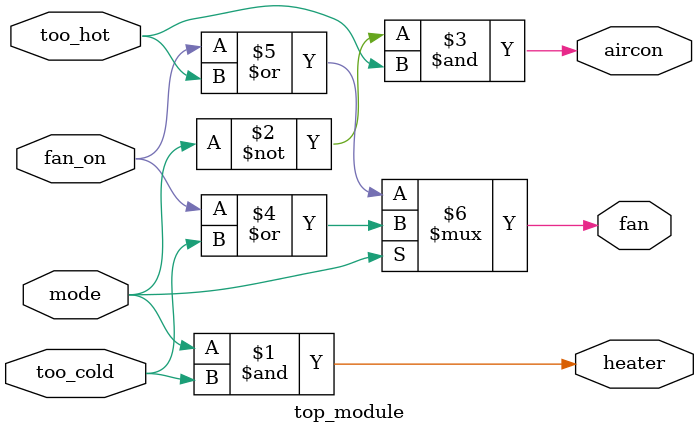
<source format=v>
module top_module (
    input too_cold,
    input too_hot,
    input mode,
    input fan_on,
    output heater,
    output aircon,
    output fan
); 

assign heater = mode & too_cold;
assign aircon = ~mode & too_hot;
assign fan = mode ? fan_on | too_cold : fan_on | too_hot;

endmodule
</source>
